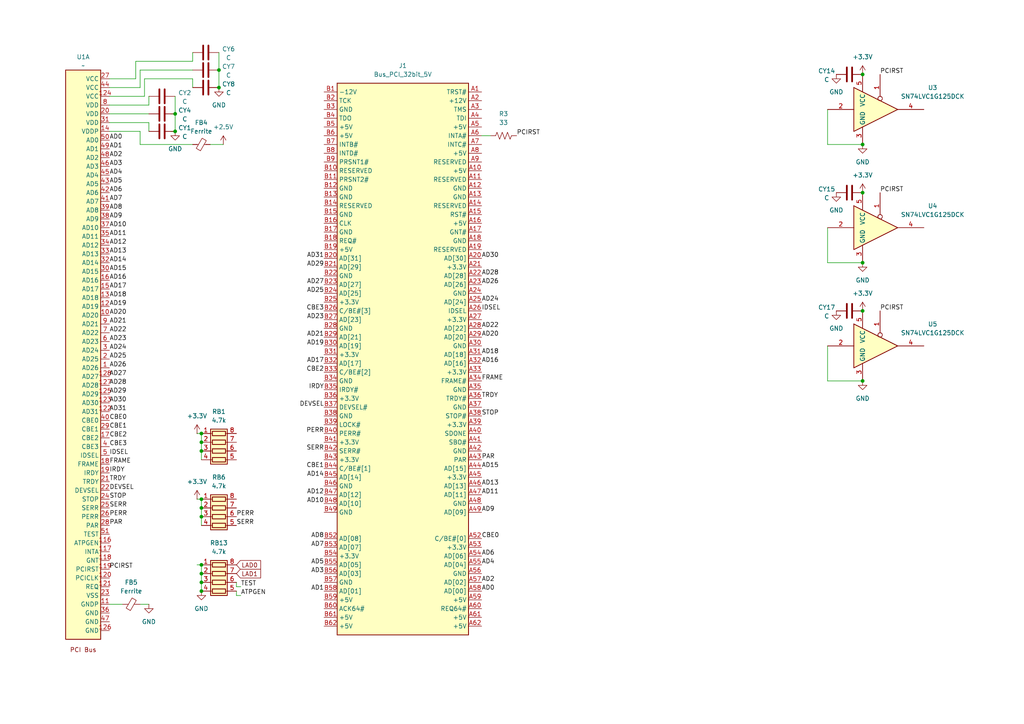
<source format=kicad_sch>
(kicad_sch (version 20231120) (generator "eeschema") (generator_version "8.0")
  (paper "A4")
  (lib_symbols
    (symbol "74xGxx:SN74LVC1G125DCK"
      (property "Reference" "U" (at -10.16 7.62 0))
      (property "Value" "SN74LVC1G125DCK" (at 2.54 -7.62 0))
      (symbol "SN74LVC1G125DCK_0_1"
        (polyline (pts (xy -7.62 6.35) (xy -7.62 -6.35) (xy 5.08 0) (xy -7.62 6.35)) (stroke (width 0.254)) (fill (type background)))
      )
      (symbol "SN74LVC1G125DCK_1_1"
        (pin input inverted (at 0 10.16 270) (length 7.62) (name "~") (number "1"))
        (pin input line (at -15.24 0 0) (length 7.62) (name "~") (number "2"))
        (pin power_in line (at -5.08 -10.16 90) (length 5.08) (name "GND") (number "3"))
        (pin tri_state line (at 12.7 0 180) (length 7.62) (name "~") (number "4"))
        (pin power_in line (at -5.08 10.16 270) (length 5.08) (name "VCC") (number "5"))
      )
    )
    (symbol "Connector:Bus_PCI_32bit_5V"
      (property "Reference" "J" (at 0 80.01 0))
      (property "Value" "Bus_PCI_32bit_5V" (at 0 -82.55 0))
      (symbol "Bus_PCI_32bit_5V_0_1"
        (rectangle (start -19.05 -81.28) (end 19.05 78.74) (stroke (width 0.254)) (fill (type background)))
      )
      (symbol "Bus_PCI_32bit_5V_1_1"
        (pin output line (at 22.86 76.2 180) (length 3.81) (name "TRST#") (number "A1"))
        (pin power_in line (at 22.86 53.34 180) (length 3.81) (name "+5V") (number "A10"))
        (pin passive line (at 22.86 50.8 180) (length 3.81) (name "RESERVED") (number "A11"))
        (pin power_in line (at 22.86 48.26 180) (length 3.81) (name "GND") (number "A12"))
        (pin power_in line (at 22.86 45.72 180) (length 3.81) (name "GND") (number "A13"))
        (pin passive line (at 22.86 43.18 180) (length 3.81) (name "RESERVED") (number "A14"))
        (pin output line (at 22.86 40.64 180) (length 3.81) (name "RST#") (number "A15"))
        (pin power_in line (at 22.86 38.1 180) (length 3.81) (name "+5V") (number "A16"))
        (pin bidirectional line (at 22.86 35.56 180) (length 3.81) (name "GNT#") (number "A17"))
        (pin power_in line (at 22.86 33.02 180) (length 3.81) (name "GND") (number "A18"))
        (pin passive line (at 22.86 30.48 180) (length 3.81) (name "RESERVED") (number "A19"))
        (pin power_in line (at 22.86 73.66 180) (length 3.81) (name "+12V") (number "A2"))
        (pin bidirectional line (at 22.86 27.94 180) (length 3.81) (name "AD[30]") (number "A20"))
        (pin power_in line (at 22.86 25.4 180) (length 3.81) (name "+3.3V") (number "A21"))
        (pin bidirectional line (at 22.86 22.86 180) (length 3.81) (name "AD[28]") (number "A22"))
        (pin bidirectional line (at 22.86 20.32 180) (length 3.81) (name "AD[26]") (number "A23"))
        (pin power_in line (at 22.86 17.78 180) (length 3.81) (name "GND") (number "A24"))
        (pin bidirectional line (at 22.86 15.24 180) (length 3.81) (name "AD[24]") (number "A25"))
        (pin output line (at 22.86 12.7 180) (length 3.81) (name "IDSEL") (number "A26"))
        (pin power_in line (at 22.86 10.16 180) (length 3.81) (name "+3.3V") (number "A27"))
        (pin bidirectional line (at 22.86 7.62 180) (length 3.81) (name "AD[22]") (number "A28"))
        (pin bidirectional line (at 22.86 5.08 180) (length 3.81) (name "AD[20]") (number "A29"))
        (pin output line (at 22.86 71.12 180) (length 3.81) (name "TMS") (number "A3"))
        (pin power_in line (at 22.86 2.54 180) (length 3.81) (name "GND") (number "A30"))
        (pin bidirectional line (at 22.86 0 180) (length 3.81) (name "AD[18]") (number "A31"))
        (pin bidirectional line (at 22.86 -2.54 180) (length 3.81) (name "AD[16]") (number "A32"))
        (pin power_in line (at 22.86 -5.08 180) (length 3.81) (name "+3.3V") (number "A33"))
        (pin bidirectional line (at 22.86 -7.62 180) (length 3.81) (name "FRAME#") (number "A34"))
        (pin power_in line (at 22.86 -10.16 180) (length 3.81) (name "GND") (number "A35"))
        (pin bidirectional line (at 22.86 -12.7 180) (length 3.81) (name "TRDY#") (number "A36"))
        (pin power_in line (at 22.86 -15.24 180) (length 3.81) (name "GND") (number "A37"))
        (pin bidirectional line (at 22.86 -17.78 180) (length 3.81) (name "STOP#") (number "A38"))
        (pin power_in line (at 22.86 -20.32 180) (length 3.81) (name "+3.3V") (number "A39"))
        (pin output line (at 22.86 68.58 180) (length 3.81) (name "TDI") (number "A4"))
        (pin bidirectional line (at 22.86 -22.86 180) (length 3.81) (name "SDONE") (number "A40"))
        (pin bidirectional line (at 22.86 -25.4 180) (length 3.81) (name "SBO#") (number "A41"))
        (pin power_in line (at 22.86 -27.94 180) (length 3.81) (name "GND") (number "A42"))
        (pin bidirectional line (at 22.86 -30.48 180) (length 3.81) (name "PAR") (number "A43"))
        (pin bidirectional line (at 22.86 -33.02 180) (length 3.81) (name "AD[15]") (number "A44"))
        (pin power_in line (at 22.86 -35.56 180) (length 3.81) (name "+3.3V") (number "A45"))
        (pin bidirectional line (at 22.86 -38.1 180) (length 3.81) (name "AD[13]") (number "A46"))
        (pin bidirectional line (at 22.86 -40.64 180) (length 3.81) (name "AD[11]") (number "A47"))
        (pin power_in line (at 22.86 -43.18 180) (length 3.81) (name "GND") (number "A48"))
        (pin bidirectional line (at 22.86 -45.72 180) (length 3.81) (name "AD[09]") (number "A49"))
        (pin power_in line (at 22.86 66.04 180) (length 3.81) (name "+5V") (number "A5"))
        (pin bidirectional line (at 22.86 -53.34 180) (length 3.81) (name "C/BE#[0]") (number "A52"))
        (pin power_in line (at 22.86 -55.88 180) (length 3.81) (name "+3.3V") (number "A53"))
        (pin bidirectional line (at 22.86 -58.42 180) (length 3.81) (name "AD[06]") (number "A54"))
        (pin bidirectional line (at 22.86 -60.96 180) (length 3.81) (name "AD[04]") (number "A55"))
        (pin power_in line (at 22.86 -63.5 180) (length 3.81) (name "GND") (number "A56"))
        (pin bidirectional line (at 22.86 -66.04 180) (length 3.81) (name "AD[02]") (number "A57"))
        (pin bidirectional line (at 22.86 -68.58 180) (length 3.81) (name "AD[00]") (number "A58"))
        (pin power_in line (at 22.86 -71.12 180) (length 3.81) (name "+5V") (number "A59"))
        (pin input line (at 22.86 63.5 180) (length 3.81) (name "INTA#") (number "A6"))
        (pin bidirectional line (at 22.86 -73.66 180) (length 3.81) (name "REQ64#") (number "A60"))
        (pin power_in line (at 22.86 -76.2 180) (length 3.81) (name "+5V") (number "A61"))
        (pin power_in line (at 22.86 -78.74 180) (length 3.81) (name "+5V") (number "A62"))
        (pin input line (at 22.86 60.96 180) (length 3.81) (name "INTC#") (number "A7"))
        (pin power_in line (at 22.86 58.42 180) (length 3.81) (name "+5V") (number "A8"))
        (pin passive line (at 22.86 55.88 180) (length 3.81) (name "RESERVED") (number "A9"))
        (pin power_in line (at -22.86 76.2 0) (length 3.81) (name "-12V") (number "B1"))
        (pin passive line (at -22.86 53.34 0) (length 3.81) (name "RESERVED") (number "B10"))
        (pin input line (at -22.86 50.8 0) (length 3.81) (name "PRSNT2#") (number "B11"))
        (pin power_in line (at -22.86 48.26 0) (length 3.81) (name "GND") (number "B12"))
        (pin power_in line (at -22.86 45.72 0) (length 3.81) (name "GND") (number "B13"))
        (pin passive line (at -22.86 43.18 0) (length 3.81) (name "RESERVED") (number "B14"))
        (pin power_in line (at -22.86 40.64 0) (length 3.81) (name "GND") (number "B15"))
        (pin output line (at -22.86 38.1 0) (length 3.81) (name "CLK") (number "B16"))
        (pin power_in line (at -22.86 35.56 0) (length 3.81) (name "GND") (number "B17"))
        (pin bidirectional line (at -22.86 33.02 0) (length 3.81) (name "REQ#") (number "B18"))
        (pin power_in line (at -22.86 30.48 0) (length 3.81) (name "+5V") (number "B19"))
        (pin output line (at -22.86 73.66 0) (length 3.81) (name "TCK") (number "B2"))
        (pin bidirectional line (at -22.86 27.94 0) (length 3.81) (name "AD[31]") (number "B20"))
        (pin bidirectional line (at -22.86 25.4 0) (length 3.81) (name "AD[29]") (number "B21"))
        (pin power_in line (at -22.86 22.86 0) (length 3.81) (name "GND") (number "B22"))
        (pin bidirectional line (at -22.86 20.32 0) (length 3.81) (name "AD[27]") (number "B23"))
        (pin bidirectional line (at -22.86 17.78 0) (length 3.81) (name "AD[25]") (number "B24"))
        (pin power_in line (at -22.86 15.24 0) (length 3.81) (name "+3.3V") (number "B25"))
        (pin bidirectional line (at -22.86 12.7 0) (length 3.81) (name "C/BE#[3]") (number "B26"))
        (pin bidirectional line (at -22.86 10.16 0) (length 3.81) (name "AD[23]") (number "B27"))
        (pin power_in line (at -22.86 7.62 0) (length 3.81) (name "GND") (number "B28"))
        (pin bidirectional line (at -22.86 5.08 0) (length 3.81) (name "AD[21]") (number "B29"))
        (pin power_in line (at -22.86 71.12 0) (length 3.81) (name "GND") (number "B3"))
        (pin bidirectional line (at -22.86 2.54 0) (length 3.81) (name "AD[19]") (number "B30"))
        (pin power_in line (at -22.86 0 0) (length 3.81) (name "+3.3V") (number "B31"))
        (pin bidirectional line (at -22.86 -2.54 0) (length 3.81) (name "AD[17]") (number "B32"))
        (pin bidirectional line (at -22.86 -5.08 0) (length 3.81) (name "C/BE#[2]") (number "B33"))
        (pin power_in line (at -22.86 -7.62 0) (length 3.81) (name "GND") (number "B34"))
        (pin bidirectional line (at -22.86 -10.16 0) (length 3.81) (name "IRDY#") (number "B35"))
        (pin power_in line (at -22.86 -12.7 0) (length 3.81) (name "+3.3V") (number "B36"))
        (pin bidirectional line (at -22.86 -15.24 0) (length 3.81) (name "DEVSEL#") (number "B37"))
        (pin power_in line (at -22.86 -17.78 0) (length 3.81) (name "GND") (number "B38"))
        (pin bidirectional line (at -22.86 -20.32 0) (length 3.81) (name "LOCK#") (number "B39"))
        (pin input line (at -22.86 68.58 0) (length 3.81) (name "TDO") (number "B4"))
        (pin bidirectional line (at -22.86 -22.86 0) (length 3.81) (name "PERR#") (number "B40"))
        (pin power_in line (at -22.86 -25.4 0) (length 3.81) (name "+3.3V") (number "B41"))
        (pin input line (at -22.86 -27.94 0) (length 3.81) (name "SERR#") (number "B42"))
        (pin power_in line (at -22.86 -30.48 0) (length 3.81) (name "+3.3V") (number "B43"))
        (pin bidirectional line (at -22.86 -33.02 0) (length 3.81) (name "C/BE#[1]") (number "B44"))
        (pin bidirectional line (at -22.86 -35.56 0) (length 3.81) (name "AD[14]") (number "B45"))
        (pin power_in line (at -22.86 -38.1 0) (length 3.81) (name "GND") (number "B46"))
        (pin bidirectional line (at -22.86 -40.64 0) (length 3.81) (name "AD[12]") (number "B47"))
        (pin bidirectional line (at -22.86 -43.18 0) (length 3.81) (name "AD[10]") (number "B48"))
        (pin power_in line (at -22.86 -45.72 0) (length 3.81) (name "GND") (number "B49"))
        (pin power_in line (at -22.86 66.04 0) (length 3.81) (name "+5V") (number "B5"))
        (pin bidirectional line (at -22.86 -53.34 0) (length 3.81) (name "AD[08]") (number "B52"))
        (pin bidirectional line (at -22.86 -55.88 0) (length 3.81) (name "AD[07]") (number "B53"))
        (pin input line (at -22.86 -58.42 0) (length 3.81) (name "+3.3V") (number "B54"))
        (pin bidirectional line (at -22.86 -60.96 0) (length 3.81) (name "AD[05]") (number "B55"))
        (pin bidirectional line (at -22.86 -63.5 0) (length 3.81) (name "AD[03]") (number "B56"))
        (pin power_in line (at -22.86 -66.04 0) (length 3.81) (name "GND") (number "B57"))
        (pin bidirectional line (at -22.86 -68.58 0) (length 3.81) (name "AD[01]") (number "B58"))
        (pin power_in line (at -22.86 -71.12 0) (length 3.81) (name "+5V") (number "B59"))
        (pin power_in line (at -22.86 63.5 0) (length 3.81) (name "+5V") (number "B6"))
        (pin bidirectional line (at -22.86 -73.66 0) (length 3.81) (name "ACK64#") (number "B60"))
        (pin power_in line (at -22.86 -76.2 0) (length 3.81) (name "+5V") (number "B61"))
        (pin power_in line (at -22.86 -78.74 0) (length 3.81) (name "+5V") (number "B62"))
        (pin input line (at -22.86 60.96 0) (length 3.81) (name "INTB#") (number "B7"))
        (pin input line (at -22.86 58.42 0) (length 3.81) (name "INTD#") (number "B8"))
        (pin input line (at -22.86 55.88 0) (length 3.81) (name "PRSNT1#") (number "B9"))
      )
    )
    (symbol "Device:C" (pin_numbers hide) (pin_names (offset 0.254))
      (property "Reference" "C" (at 0.635 2.54 0))
      (property "Value" "C" (at 0.635 -2.54 0))
      (symbol "C_0_1"
        (polyline (pts (xy -2.032 -0.762) (xy 2.032 -0.762)) (stroke (width 0.508)))
        (polyline (pts (xy -2.032 0.762) (xy 2.032 0.762)) (stroke (width 0.508)))
      )
      (symbol "C_1_1"
        (pin passive line (at 0 3.81 270) (length 2.794) (name "~") (number "1"))
        (pin passive line (at 0 -3.81 90) (length 2.794) (name "~") (number "2"))
      )
    )
    (symbol "Device:FerriteBead_Small" (pin_numbers hide) (pin_names (offset 0))
      (property "Reference" "FB" (at 1.905 1.27 0))
      (property "Value" "FerriteBead_Small" (at 1.905 -1.27 0))
      (symbol "FerriteBead_Small_0_1"
        (polyline (pts (xy 0 -1.27) (xy 0 -0.7874)))
        (polyline (pts (xy 0 0.889) (xy 0 1.2954)))
        (polyline (pts (xy -1.8288 0.2794) (xy -1.1176 1.4986) (xy 1.8288 -0.2032) (xy 1.1176 -1.4224) (xy -1.8288 0.2794)))
      )
      (symbol "FerriteBead_Small_1_1"
        (pin passive line (at 0 2.54 270) (length 1.27) (name "~") (number "1"))
        (pin passive line (at 0 -2.54 90) (length 1.27) (name "~") (number "2"))
      )
    )
    (symbol "Device:R_Pack04" (pin_names (offset 0) hide)
      (property "Reference" "RN" (at -7.62 0 90))
      (property "Value" "R_Pack04" (at 5.08 0 90))
      (symbol "R_Pack04_0_1"
        (rectangle (start -6.35 -2.413) (end 3.81 2.413) (stroke (width 0.254)) (fill (type background)))
        (rectangle (start -5.715 1.905) (end -4.445 -1.905) (stroke (width 0.254)))
        (rectangle (start -3.175 1.905) (end -1.905 -1.905) (stroke (width 0.254)))
        (rectangle (start -0.635 1.905) (end 0.635 -1.905) (stroke (width 0.254)))
        (polyline (pts (xy -5.08 -2.54) (xy -5.08 -1.905)))
        (polyline (pts (xy -5.08 1.905) (xy -5.08 2.54)))
        (polyline (pts (xy -2.54 -2.54) (xy -2.54 -1.905)))
        (polyline (pts (xy -2.54 1.905) (xy -2.54 2.54)))
        (polyline (pts (xy 0 -2.54) (xy 0 -1.905)))
        (polyline (pts (xy 0 1.905) (xy 0 2.54)))
        (polyline (pts (xy 2.54 -2.54) (xy 2.54 -1.905)))
        (polyline (pts (xy 2.54 1.905) (xy 2.54 2.54)))
        (rectangle (start 1.905 1.905) (end 3.175 -1.905) (stroke (width 0.254)))
      )
      (symbol "R_Pack04_1_1"
        (pin passive line (at -5.08 -5.08 90) (length 2.54) (name "R1.1") (number "1"))
        (pin passive line (at -2.54 -5.08 90) (length 2.54) (name "R2.1") (number "2"))
        (pin passive line (at 0 -5.08 90) (length 2.54) (name "R3.1") (number "3"))
        (pin passive line (at 2.54 -5.08 90) (length 2.54) (name "R4.1") (number "4"))
        (pin passive line (at 2.54 5.08 270) (length 2.54) (name "R4.2") (number "5"))
        (pin passive line (at 0 5.08 270) (length 2.54) (name "R3.2") (number "6"))
        (pin passive line (at -2.54 5.08 270) (length 2.54) (name "R2.2") (number "7"))
        (pin passive line (at -5.08 5.08 270) (length 2.54) (name "R1.2") (number "8"))
      )
    )
    (symbol "Device:R_US" (pin_numbers hide) (pin_names (offset 0))
      (property "Reference" "R" (at 2.54 0 90))
      (property "Value" "R_US" (at -2.54 0 90))
      (symbol "R_US_0_1"
        (polyline (pts (xy 0 -2.286) (xy 0 -2.54)))
        (polyline (pts (xy 0 2.286) (xy 0 2.54)))
        (polyline (pts (xy 0 -0.762) (xy 1.016 -1.143) (xy 0 -1.524) (xy -1.016 -1.905) (xy 0 -2.286)))
        (polyline (pts (xy 0 0.762) (xy 1.016 0.381) (xy 0 0) (xy -1.016 -0.381) (xy 0 -0.762)))
        (polyline (pts (xy 0 2.286) (xy 1.016 1.905) (xy 0 1.524) (xy -1.016 1.143) (xy 0 0.762)))
      )
      (symbol "R_US_1_1"
        (pin passive line (at 0 3.81 270) (length 1.27) (name "~") (number "1"))
        (pin passive line (at 0 -3.81 90) (length 1.27) (name "~") (number "2"))
      )
    )
    (symbol "XRack:VT6421A"
      (property "Reference" "U" (at 0 2.286 0))
      (symbol "VT6421A_1_1"
        (rectangle (start -5.08 0) (end 5.08 -165.1) (stroke (width 0.254)) (fill (type background)))
        (text "PCI Bus" (at 0 -168.148 0) (effects (font (size 1.27 1.27))))
        (pin bidirectional line (at -7.62 -86.36 0) (length 2.54) (name "AD26") (number "1"))
        (pin bidirectional line (at -7.62 -71.12 0) (length 2.54) (name "AD20") (number "10"))
        (pin passive line (at -7.62 -154.94 0) (length 2.54) (name "GNDP") (number "11"))
        (pin input line (at -7.62 -137.16 0) (length 2.54) (name "ATPGEN") (number "116"))
        (pin output line (at -7.62 -139.7 0) (length 2.54) (name "INTA") (number "117"))
        (pin bidirectional line (at -7.62 -142.24 0) (length 2.54) (name "GNT") (number "118"))
        (pin bidirectional line (at -7.62 -144.78 0) (length 2.54) (name "PCIRST") (number "119"))
        (pin bidirectional line (at -7.62 -68.58 0) (length 2.54) (name "AD19") (number "12"))
        (pin bidirectional line (at -7.62 -147.32 0) (length 2.54) (name "PCICLK") (number "120"))
        (pin bidirectional line (at -7.62 -149.86 0) (length 2.54) (name "REQ") (number "121"))
        (pin bidirectional line (at -7.62 -99.06 0) (length 2.54) (name "AD31") (number "122"))
        (pin bidirectional line (at -7.62 -96.52 0) (length 2.54) (name "AD30") (number "123"))
        (pin power_in line (at -7.62 -7.62 0) (length 2.54) (name "VCC") (number "124"))
        (pin bidirectional line (at -7.62 -93.98 0) (length 2.54) (name "AD29") (number "125"))
        (pin passive line (at -7.62 -162.56 0) (length 2.54) (name "GND") (number "126"))
        (pin bidirectional line (at -7.62 -91.44 0) (length 2.54) (name "AD28") (number "127"))
        (pin bidirectional line (at -7.62 -88.9 0) (length 2.54) (name "AD27") (number "128"))
        (pin bidirectional line (at -7.62 -66.04 0) (length 2.54) (name "AD18") (number "13"))
        (pin power_in line (at -7.62 -17.78 0) (length 2.54) (name "VDDP") (number "14"))
        (pin bidirectional line (at -7.62 -63.5 0) (length 2.54) (name "AD17") (number "15"))
        (pin bidirectional line (at -7.62 -60.96 0) (length 2.54) (name "AD16") (number "16"))
        (pin bidirectional line (at -7.62 -106.68 0) (length 2.54) (name "CBE2") (number "17"))
        (pin bidirectional line (at -7.62 -114.3 0) (length 2.54) (name "FRAME") (number "18"))
        (pin bidirectional line (at -7.62 -116.84 0) (length 2.54) (name "IRDY") (number "19"))
        (pin bidirectional line (at -7.62 -83.82 0) (length 2.54) (name "AD25") (number "2"))
        (pin power_in line (at -7.62 -12.7 0) (length 2.54) (name "VDD") (number "20"))
        (pin bidirectional line (at -7.62 -119.38 0) (length 2.54) (name "TRDY") (number "21"))
        (pin bidirectional line (at -7.62 -121.92 0) (length 2.54) (name "DEVSEL") (number "22"))
        (pin passive line (at -7.62 -152.4 0) (length 2.54) (name "VSS") (number "23"))
        (pin bidirectional line (at -7.62 -124.46 0) (length 2.54) (name "STOP") (number "24"))
        (pin input line (at -7.62 -127 0) (length 2.54) (name "SERR") (number "25"))
        (pin input line (at -7.62 -129.54 0) (length 2.54) (name "PERR") (number "26"))
        (pin power_in line (at -7.62 -2.54 0) (length 2.54) (name "VCC") (number "27"))
        (pin bidirectional line (at -7.62 -132.08 0) (length 2.54) (name "PAR") (number "28"))
        (pin bidirectional line (at -7.62 -104.14 0) (length 2.54) (name "CBE1") (number "29"))
        (pin bidirectional line (at -7.62 -81.28 0) (length 2.54) (name "AD24") (number "3"))
        (pin bidirectional line (at -7.62 -58.42 0) (length 2.54) (name "AD15") (number "30"))
        (pin power_in line (at -7.62 -15.24 0) (length 2.54) (name "VDD") (number "31"))
        (pin bidirectional line (at -7.62 -55.88 0) (length 2.54) (name "AD14") (number "32"))
        (pin bidirectional line (at -7.62 -53.34 0) (length 2.54) (name "AD13") (number "33"))
        (pin bidirectional line (at -7.62 -50.8 0) (length 2.54) (name "AD12") (number "34"))
        (pin bidirectional line (at -7.62 -48.26 0) (length 2.54) (name "AD11") (number "35"))
        (pin passive line (at -7.62 -157.48 0) (length 2.54) (name "GND") (number "36"))
        (pin bidirectional line (at -7.62 -45.72 0) (length 2.54) (name "AD10") (number "37"))
        (pin bidirectional line (at -7.62 -43.18 0) (length 2.54) (name "AD9") (number "38"))
        (pin bidirectional line (at -7.62 -40.64 0) (length 2.54) (name "AD8") (number "39"))
        (pin bidirectional line (at -7.62 -109.22 0) (length 2.54) (name "CBE3") (number "4"))
        (pin bidirectional line (at -7.62 -101.6 0) (length 2.54) (name "CBE0") (number "40"))
        (pin bidirectional line (at -7.62 -38.1 0) (length 2.54) (name "AD7") (number "41"))
        (pin bidirectional line (at -7.62 -35.56 0) (length 2.54) (name "AD6") (number "42"))
        (pin bidirectional line (at -7.62 -33.02 0) (length 2.54) (name "AD5") (number "43"))
        (pin power_in line (at -7.62 -5.08 0) (length 2.54) (name "VCC") (number "44"))
        (pin bidirectional line (at -7.62 -30.48 0) (length 2.54) (name "AD4") (number "45"))
        (pin bidirectional line (at -7.62 -27.94 0) (length 2.54) (name "AD3") (number "46"))
        (pin passive line (at -7.62 -160.02 0) (length 2.54) (name "GND") (number "47"))
        (pin bidirectional line (at -7.62 -25.4 0) (length 2.54) (name "AD2") (number "48"))
        (pin bidirectional line (at -7.62 -22.86 0) (length 2.54) (name "AD1") (number "49"))
        (pin bidirectional line (at -7.62 -111.76 0) (length 2.54) (name "IDSEL") (number "5"))
        (pin bidirectional line (at -7.62 -20.32 0) (length 2.54) (name "AD0") (number "50"))
        (pin input line (at -7.62 -134.62 0) (length 2.54) (name "TEST") (number "51"))
        (pin bidirectional line (at -7.62 -78.74 0) (length 2.54) (name "AD23") (number "6"))
        (pin bidirectional line (at -7.62 -76.2 0) (length 2.54) (name "AD22") (number "7"))
        (pin power_in line (at -7.62 -10.16 0) (length 2.54) (name "VDD") (number "8"))
        (pin bidirectional line (at -7.62 -73.66 0) (length 2.54) (name "AD21") (number "9"))
      )
      (symbol "VT6421A_2_1"
        (rectangle (start -5.08 0) (end 5.08 -45.72) (stroke (width 0.254)) (fill (type background)))
        (text "SATA Interface" (at 0 -49.022 0) (effects (font (size 1.27 1.27))))
        (pin input line (at -7.62 -25.4 0) (length 2.54) (name "RXP2") (number "110"))
        (pin input line (at -7.62 -27.94 0) (length 2.54) (name "RXN2") (number "111"))
        (pin power_in line (at -7.62 -2.54 0) (length 2.54) (name "VDDA") (number "112"))
        (pin passive line (at -7.62 -38.1 0) (length 2.54) (name "GNDA") (number "113"))
        (pin output line (at -7.62 -22.86 0) (length 2.54) (name "TXN2") (number "114"))
        (pin output line (at -7.62 -20.32 0) (length 2.54) (name "TXP2") (number "115"))
        (pin output line (at -7.62 -10.16 0) (length 2.54) (name "TXP1") (number "52"))
        (pin output line (at -7.62 -12.7 0) (length 2.54) (name "TXN1") (number "53"))
        (pin passive line (at -7.62 -40.64 0) (length 2.54) (name "GNDA") (number "54"))
        (pin power_in line (at -7.62 -5.08 0) (length 2.54) (name "VDDA") (number "55"))
        (pin input line (at -7.62 -17.78 0) (length 2.54) (name "RXN1") (number "56"))
        (pin input line (at -7.62 -15.24 0) (length 2.54) (name "RXP1") (number "57"))
        (pin input line (at -7.62 -30.48 0) (length 2.54) (name "REXT") (number "58"))
        (pin passive line (at -7.62 -43.18 0) (length 2.54) (name "GNDA0") (number "59"))
        (pin power_in line (at -7.62 -7.62 0) (length 2.54) (name "VDDA0") (number "60"))
        (pin output line (at -7.62 -33.02 0) (length 2.54) (name "XO") (number "61"))
        (pin input line (at -7.62 -35.56 0) (length 2.54) (name "XI") (number "62"))
      )
      (symbol "VT6421A_3_1"
        (rectangle (start -5.08 0) (end 5.08 -91.44) (stroke (width 0.254)) (fill (type background)))
        (text "PATA Interface" (at 0 -94.234 0) (effects (font (size 1.27 1.27))))
        (pin output line (at -7.62 -68.58 0) (length 2.54) (name "DEVRST") (number "63"))
        (pin output line (at -7.62 -66.04 0) (length 2.54) (name "DCS1") (number "64"))
        (pin bidirectional line (at -7.62 -20.32 0) (length 2.54) (name "DA2") (number "65"))
        (pin output line (at -7.62 -63.5 0) (length 2.54) (name "DCS0") (number "66"))
        (pin bidirectional line (at -7.62 -15.24 0) (length 2.54) (name "DA0") (number "67"))
        (pin bidirectional line (at -7.62 -17.78 0) (length 2.54) (name "DA1") (number "68"))
        (pin input line (at -7.62 -71.12 0) (length 2.54) (name "INTRQ") (number "69"))
        (pin output line (at -7.62 -73.66 0) (length 2.54) (name "DDACK") (number "70"))
        (pin input line (at -7.62 -76.2 0) (length 2.54) (name "DDREQ") (number "71"))
        (pin bidirectional line (at -7.62 -60.96 0) (length 2.54) (name "DD15") (number "72"))
        (pin passive line (at -7.62 -88.9 0) (length 2.54) (name "GND") (number "73"))
        (pin bidirectional line (at -7.62 -22.86 0) (length 2.54) (name "DD0") (number "74"))
        (pin power_in line (at -7.62 -5.08 0) (length 2.54) (name "VCC") (number "75"))
        (pin bidirectional line (at -7.62 -58.42 0) (length 2.54) (name "DD14") (number "76"))
        (pin power_in line (at -7.62 -12.7 0) (length 2.54) (name "VDD") (number "77"))
        (pin bidirectional line (at -7.62 -25.4 0) (length 2.54) (name "DD1") (number "78"))
        (pin bidirectional line (at -7.62 -55.88 0) (length 2.54) (name "DD13") (number "79"))
        (pin bidirectional line (at -7.62 -27.94 0) (length 2.54) (name "DD2") (number "80"))
        (pin bidirectional line (at -7.62 -53.34 0) (length 2.54) (name "DD12") (number "81"))
        (pin output line (at -7.62 -78.74 0) (length 2.54) (name "DIOW") (number "82"))
        (pin power_in line (at -7.62 -10.16 0) (length 2.54) (name "VDD") (number "83"))
        (pin input line (at -7.62 -83.82 0) (length 2.54) (name "HDRDY") (number "84"))
        (pin bidirectional line (at -7.62 -30.48 0) (length 2.54) (name "DD3") (number "85"))
        (pin bidirectional line (at -7.62 -50.8 0) (length 2.54) (name "DD11") (number "86"))
        (pin power_in line (at -7.62 -86.36 0) (length 2.54) (name "VSS") (number "87"))
        (pin bidirectional line (at -7.62 -33.02 0) (length 2.54) (name "DD4") (number "88"))
        (pin bidirectional line (at -7.62 -48.26 0) (length 2.54) (name "DD10") (number "89"))
        (pin bidirectional line (at -7.62 -35.56 0) (length 2.54) (name "DD5") (number "90"))
        (pin bidirectional line (at -7.62 -45.72 0) (length 2.54) (name "DD9") (number "91"))
        (pin output line (at -7.62 -81.28 0) (length 2.54) (name "DIOR") (number "92"))
        (pin power_in line (at -7.62 -2.54 0) (length 2.54) (name "VCC") (number "93"))
        (pin power_in line (at -7.62 -7.62 0) (length 2.54) (name "VDD") (number "94"))
        (pin bidirectional line (at -7.62 -38.1 0) (length 2.54) (name "DD6") (number "95"))
        (pin bidirectional line (at -7.62 -43.18 0) (length 2.54) (name "DD8") (number "96"))
        (pin bidirectional line (at -7.62 -40.64 0) (length 2.54) (name "DD7") (number "97"))
      )
      (symbol "VT6421A_4_1"
        (rectangle (start -5.08 0) (end 5.08 -20.32) (stroke (width 0.254)) (fill (type background)))
        (text "LPC Interface" (at 0 -23.114 0) (effects (font (size 1.27 1.27))))
        (pin passive line (at -7.62 -17.78 0) (length 2.54) (name "GND") (number "100"))
        (pin bidirectional line (at -7.62 -2.54 0) (length 2.54) (name "LAD0") (number "101"))
        (pin bidirectional line (at -7.62 -5.08 0) (length 2.54) (name "LAD1") (number "102"))
        (pin bidirectional line (at -7.62 -7.62 0) (length 2.54) (name "LAD2") (number "103"))
        (pin bidirectional line (at -7.62 -10.16 0) (length 2.54) (name "LAD3") (number "104"))
        (pin input line (at -7.62 -12.7 0) (length 2.54) (name "CABDET") (number "98"))
        (pin output line (at -7.62 -15.24 0) (length 2.54) (name "LFRAME#") (number "99"))
      )
      (symbol "VT6421A_5_1"
        (rectangle (start -5.08 0) (end 5.08 -15.24) (stroke (width 0.254)) (fill (type background)))
        (text "Serial EEPROM Interface" (at 0 -18.796 0) (effects (font (size 1.27 1.27))))
        (pin input line (at -7.62 -2.54 0) (length 2.54) (name "EEDO") (number "105"))
        (pin output line (at -7.62 -12.7 0) (length 2.54) (name "SATALED") (number "106"))
        (pin output line (at -7.62 -7.62 0) (length 2.54) (name "EESK") (number "107"))
        (pin output line (at -7.62 -5.08 0) (length 2.54) (name "EEDI") (number "108"))
        (pin output line (at -7.62 -10.16 0) (length 2.54) (name "EECS") (number "109"))
      )
    )
    (symbol "power:+3.3V" (power) (pin_numbers hide) (pin_names (offset 0) hide)
      (property "Value" "+3.3V" (at 0 3.556 0))
      (symbol "+3.3V_0_1"
        (polyline (pts (xy -0.762 1.27) (xy 0 2.54)))
        (polyline (pts (xy 0 0) (xy 0 2.54)))
        (polyline (pts (xy 0 2.54) (xy 0.762 1.27)))
      )
      (symbol "+3.3V_1_1"
        (pin power_in line (at 0 0 90) (length 0) (name "~") (number "1"))
      )
    )
    (symbol "power:+5V" (power) (pin_numbers hide) (pin_names (offset 0) hide)
      (property "Value" "+5V" (at 0 3.556 0))
      (symbol "+5V_0_1"
        (polyline (pts (xy -0.762 1.27) (xy 0 2.54)))
        (polyline (pts (xy 0 0) (xy 0 2.54)))
        (polyline (pts (xy 0 2.54) (xy 0.762 1.27)))
      )
      (symbol "+5V_1_1"
        (pin power_in line (at 0 0 90) (length 0) (name "~") (number "1"))
      )
    )
    (symbol "power:GND" (power) (pin_numbers hide) (pin_names (offset 0) hide)
      (property "Value" "GND" (at 0 -3.81 0))
      (symbol "GND_0_1"
        (polyline (pts (xy 0 0) (xy 0 -1.27) (xy 1.27 -1.27) (xy 0 -2.54) (xy -1.27 -1.27) (xy 0 -1.27)))
      )
      (symbol "GND_1_1"
        (pin power_in line (at 0 0 270) (length 0) (name "~") (number "1"))
      )
    )
  )
  (junction (at 58.42 171.45))
  (junction (at 250.19 21.59))
  (junction (at 58.42 144.78))
  (junction (at 250.19 55.88))
  (junction (at 250.19 76.2))
  (junction (at 58.42 166.37))
  (junction (at 58.42 147.32))
  (junction (at 58.42 130.81))
  (junction (at 58.42 163.83))
  (junction (at 250.19 41.91))
  (junction (at 50.8 33.02))
  (junction (at 58.42 128.27))
  (junction (at 250.19 110.49))
  (junction (at 58.42 149.86))
  (junction (at 50.8 38.1))
  (junction (at 63.5 25.4))
  (junction (at 58.42 168.91))
  (junction (at 63.5 20.32))
  (junction (at 58.42 125.73))
  (junction (at 250.19 90.17))
  (wire (pts (xy 57.15 144.78) (xy 58.42 144.78)))
  (wire (pts (xy 50.8 33.02) (xy 49.53 33.02)))
  (wire (pts (xy 31.75 30.48) (xy 43.18 30.48)))
  (wire (pts (xy 43.18 38.1) (xy 43.18 35.56)))
  (wire (pts (xy 68.58 168.91) (xy 68.58 170.18)))
  (wire (pts (xy 39.37 22.86) (xy 31.75 22.86)))
  (wire (pts (xy 58.42 166.37) (xy 58.42 168.91)))
  (wire (pts (xy 31.75 33.02) (xy 43.18 33.02)))
  (wire (pts (xy 31.75 38.1) (xy 40.64 38.1)))
  (wire (pts (xy 58.42 149.86) (xy 58.42 152.4)))
  (wire (pts (xy 240.03 66.04) (xy 240.03 76.2)))
  (wire (pts (xy 39.37 17.78) (xy 39.37 22.86)))
  (wire (pts (xy 40.64 20.32) (xy 55.88 20.32)))
  (wire (pts (xy 58.42 168.91) (xy 58.42 171.45)))
  (wire (pts (xy 63.5 15.24) (xy 63.5 20.32)))
  (wire (pts (xy 58.42 125.73) (xy 58.42 128.27)))
  (wire (pts (xy 40.64 20.32) (xy 40.64 25.4)))
  (wire (pts (xy 31.75 25.4) (xy 40.64 25.4)))
  (wire (pts (xy 63.5 20.32) (xy 63.5 25.4)))
  (wire (pts (xy 50.8 27.94) (xy 50.8 33.02)))
  (wire (pts (xy 58.42 144.78) (xy 58.42 147.32)))
  (wire (pts (xy 57.15 163.83) (xy 58.42 163.83)))
  (wire (pts (xy 240.03 41.91) (xy 250.19 41.91)))
  (wire (pts (xy 240.03 31.75) (xy 240.03 41.91)))
  (wire (pts (xy 58.42 128.27) (xy 58.42 130.81)))
  (wire (pts (xy 240.03 110.49) (xy 250.19 110.49)))
  (wire (pts (xy 31.75 175.26) (xy 35.56 175.26)))
  (wire (pts (xy 58.42 163.83) (xy 58.42 166.37)))
  (wire (pts (xy 43.18 30.48) (xy 43.18 27.94)))
  (wire (pts (xy 60.96 41.91) (xy 64.77 41.91)))
  (wire (pts (xy 41.91 22.86) (xy 55.88 22.86)))
  (wire (pts (xy 240.03 100.33) (xy 240.03 110.49)))
  (wire (pts (xy 55.88 25.4) (xy 55.88 22.86)))
  (wire (pts (xy 68.58 172.72) (xy 69.85 172.72)))
  (wire (pts (xy 39.37 17.78) (xy 55.88 17.78)))
  (wire (pts (xy 41.91 22.86) (xy 41.91 27.94)))
  (wire (pts (xy 57.15 125.73) (xy 58.42 125.73)))
  (wire (pts (xy 50.8 33.02) (xy 50.8 38.1)))
  (wire (pts (xy 68.58 171.45) (xy 68.58 172.72)))
  (wire (pts (xy 55.88 41.91) (xy 40.64 41.91)))
  (wire (pts (xy 58.42 130.81) (xy 58.42 133.35)))
  (wire (pts (xy 40.64 175.26) (xy 43.18 175.26)))
  (wire (pts (xy 240.03 76.2) (xy 250.19 76.2)))
  (wire (pts (xy 50.8 38.1) (xy 49.53 38.1)))
  (wire (pts (xy 55.88 17.78) (xy 55.88 15.24)))
  (wire (pts (xy 31.75 27.94) (xy 41.91 27.94)))
  (wire (pts (xy 31.75 35.56) (xy 43.18 35.56)))
  (wire (pts (xy 139.7 39.37) (xy 142.24 39.37)))
  (wire (pts (xy 68.58 170.18) (xy 69.85 170.18)))
  (wire (pts (xy 58.42 147.32) (xy 58.42 149.86)))
  (wire (pts (xy 40.64 41.91) (xy 40.64 38.1)))
  (label "AD14" (at 31.75 76.2 0))
  (label "SERR" (at 93.98 130.81 180))
  (label "CBE1" (at 31.75 124.46 0))
  (label "AD22" (at 139.7 95.25 0))
  (label "AD18" (at 31.75 86.36 0))
  (label "AD7" (at 93.98 158.75 180))
  (label "AD24" (at 139.7 87.63 0))
  (label "AD28" (at 31.75 111.76 0))
  (label "IRDY" (at 93.98 113.03 180))
  (label "AD14" (at 93.98 138.43 180))
  (label "TRDY" (at 139.7 115.57 0))
  (label "AD29" (at 31.75 114.3 0))
  (label "AD10" (at 31.75 66.04 0))
  (label "AD29" (at 93.98 77.47 180))
  (label "AD9" (at 139.7 148.59 0))
  (label "AD27" (at 31.75 109.22 0))
  (label "AD24" (at 31.75 101.6 0))
  (label "AD1" (at 31.75 43.18 0))
  (label "AD30" (at 139.7 74.93 0))
  (label "CBE0" (at 139.7 156.21 0))
  (label "AD31" (at 93.98 74.93 180))
  (label "ATPGEN" (at 69.85 172.72 0))
  (label "PAR" (at 31.75 152.4 0))
  (label "AD15" (at 31.75 78.74 0))
  (label "AD7" (at 31.75 58.42 0))
  (label "AD25" (at 93.98 85.09 180))
  (label "AD3" (at 93.98 166.37 180))
  (label "FRAME" (at 139.7 110.49 0))
  (label "AD6" (at 139.7 161.29 0))
  (label "AD19" (at 93.98 100.33 180))
  (label "CBE2" (at 31.75 127 0))
  (label "PCIRST" (at 255.27 90.17 0))
  (label "IDSEL" (at 31.75 132.08 0))
  (label "DEVSEL" (at 93.98 118.11 180))
  (label "AD5" (at 93.98 163.83 180))
  (label "CBE2" (at 93.98 107.95 180))
  (label "AD8" (at 93.98 156.21 180))
  (label "AD1" (at 93.98 171.45 180))
  (label "AD17" (at 93.98 105.41 180))
  (label "AD10" (at 93.98 146.05 180))
  (label "FRAME" (at 31.75 134.62 0))
  (label "CBE3" (at 31.75 129.54 0))
  (label "AD21" (at 93.98 97.79 180))
  (label "SERR" (at 31.75 147.32 0))
  (label "STOP" (at 31.75 144.78 0))
  (label "IDSEL" (at 139.7 90.17 0))
  (label "AD0" (at 31.75 40.64 0))
  (label "CBE1" (at 93.98 135.89 180))
  (label "AD21" (at 31.75 93.98 0))
  (label "AD27" (at 93.98 82.55 180))
  (label "AD25" (at 31.75 104.14 0))
  (label "AD11" (at 31.75 68.58 0))
  (label "TEST" (at 69.85 170.18 0))
  (label "AD23" (at 93.98 92.71 180))
  (label "PERR" (at 68.58 149.86 0))
  (label "AD20" (at 139.7 97.79 0))
  (label "DEVSEL" (at 31.75 142.24 0))
  (label "AD12" (at 31.75 71.12 0))
  (label "AD9" (at 31.75 63.5 0))
  (label "STOP" (at 139.7 120.65 0))
  (label "PCIRST" (at 31.75 165.1 0))
  (label "AD23" (at 31.75 99.06 0))
  (label "AD13" (at 139.7 140.97 0))
  (label "PCIRST" (at 149.86 39.37 0))
  (label "IRDY" (at 31.75 137.16 0))
  (label "AD5" (at 31.75 53.34 0))
  (label "AD6" (at 31.75 55.88 0))
  (label "AD8" (at 31.75 60.96 0))
  (label "AD11" (at 139.7 143.51 0))
  (label "CBE0" (at 31.75 121.92 0))
  (label "CBE3" (at 93.98 90.17 180))
  (label "AD12" (at 93.98 143.51 180))
  (label "PAR" (at 139.7 133.35 0))
  (label "AD18" (at 139.7 102.87 0))
  (label "AD0" (at 139.7 171.45 0))
  (label "AD22" (at 31.75 96.52 0))
  (label "AD13" (at 31.75 73.66 0))
  (label "AD20" (at 31.75 91.44 0))
  (label "AD2" (at 31.75 45.72 0))
  (label "AD17" (at 31.75 83.82 0))
  (label "PCIRST" (at 255.27 55.88 0))
  (label "PCIRST" (at 255.27 21.59 0))
  (label "AD15" (at 139.7 135.89 0))
  (label "AD26" (at 139.7 82.55 0))
  (label "AD19" (at 31.75 88.9 0))
  (label "AD26" (at 31.75 106.68 0))
  (label "SERR" (at 68.58 152.4 0))
  (label "AD31" (at 31.75 119.38 0))
  (label "AD16" (at 139.7 105.41 0))
  (label "AD4" (at 139.7 163.83 0))
  (label "AD16" (at 31.75 81.28 0))
  (label "AD4" (at 31.75 50.8 0))
  (label "AD30" (at 31.75 116.84 0))
  (label "PERR" (at 31.75 149.86 0))
  (label "AD28" (at 139.7 80.01 0))
  (label "TRDY" (at 31.75 139.7 0))
  (label "AD3" (at 31.75 48.26 0))
  (label "AD2" (at 139.7 168.91 0))
  (label "PERR" (at 93.98 125.73 180))
  (global_label "LAD0" (shape input) (at 68.58 163.83 0) (property "Intersheetrefs" "${INTERSHEET_REFS}" (effects (hide yes))))
  (global_label "LAD1" (shape input) (at 68.58 166.37 0) (property "Intersheetrefs" "${INTERSHEET_REFS}" (effects (hide yes))))
  (symbol (lib_id "Device:C") (at 246.38 55.88 270) (mirror x) (unit 1)
    (property "Reference" "CY15" (at 239.776 54.864 90))
    (property "Value" "C" (at 239.776 57.404 90))
    (property "Description" "Unpolarized capacitor" (effects (hide yes)))
  )
  (symbol (lib_id "Device:C") (at 246.38 90.17 270) (mirror x) (unit 1)
    (property "Reference" "CY17" (at 239.776 89.154 90))
    (property "Value" "C" (at 239.776 91.694 90))
    (property "Description" "Unpolarized capacitor" (effects (hide yes)))
  )
  (symbol (lib_id "power:GND") (at 242.57 55.88 0) (unit 1)
    (property "Reference" "#PWR25" (effects (hide yes)))
    (property "Value" "GND" (at 242.57 60.96 0))
    (property "Description" "Power symbol creates a global label with name \"GND\" , ground" (effects (hide yes)))
  )
  (symbol (lib_id "power:+5V") (at 250.19 90.17 0) (unit 1)
    (property "Reference" "#PWR31" (effects (hide yes)))
    (property "Value" "+3.3V" (at 250.19 85.09 0))
    (property "Description" "Power symbol creates a global label with name \"+5V\"" (effects (hide yes)))
  )
  (symbol (lib_id "Device:C") (at 59.69 15.24 90) (unit 1)
    (property "Reference" "CY6" (at 66.294 14.224 90))
    (property "Value" "C" (at 66.294 16.764 90))
    (property "Description" "Unpolarized capacitor" (effects (hide yes)))
  )
  (symbol (lib_id "Device:C") (at 46.99 33.02 90) (unit 1)
    (property "Reference" "CY4" (at 53.594 32.004 90))
    (property "Value" "C" (at 53.594 34.544 90))
    (property "Description" "Unpolarized capacitor" (effects (hide yes)))
  )
  (symbol (lib_id "Device:C") (at 46.99 38.1 90) (unit 1)
    (property "Reference" "CY1" (at 53.594 37.084 90))
    (property "Value" "C" (at 53.594 39.624 90))
    (property "Description" "Unpolarized capacitor" (effects (hide yes)))
  )
  (symbol (lib_id "Device:C") (at 59.69 25.4 90) (unit 1)
    (property "Reference" "CY8" (at 66.294 24.384 90))
    (property "Value" "C" (at 66.294 26.924 90))
    (property "Description" "Unpolarized capacitor" (effects (hide yes)))
  )
  (symbol (lib_id "Device:R_Pack04") (at 63.5 149.86 270) (unit 1)
    (property "Reference" "RB6" (at 63.5 138.43 90))
    (property "Value" "4.7k" (at 63.5 140.97 90))
    (property "Footprint" "Resistor_SMD:R_Array_Convex_4x0603" (effects (hide yes)))
    (property "Description" "4 resistor network, parallel topology" (effects (hide yes)))
  )
  (symbol (lib_id "Connector:Bus_PCI_32bit_5V") (at 116.84 102.87 0) (unit 1)
    (property "Reference" "J1" (at 116.84 19.05 0))
    (property "Value" "Bus_PCI_32bit_5V" (at 116.84 21.59 0))
    (property "Footprint" "Connector_PCBEdge:BUS_PCI" (effects (hide yes)))
    (property "Datasheet" "http://pinouts.ru/Slots/PCI_pinout.shtml" (effects (hide yes)))
    (property "Description" "PCI bus connector for 5V cards" (effects (hide yes)))
  )
  (symbol (lib_id "Device:C") (at 246.38 21.59 270) (mirror x) (unit 1)
    (property "Reference" "CY14" (at 239.776 20.574 90))
    (property "Value" "C" (at 239.776 23.114 90))
    (property "Description" "Unpolarized capacitor" (effects (hide yes)))
  )
  (symbol (lib_id "74xGxx:SN74LVC1G125DCK") (at 255.27 100.33 0) (unit 1)
    (property "Reference" "U5" (at 270.51 94.0114 0))
    (property "Value" "SN74LVC1G125DCK" (at 270.51 96.5514 0))
    (property "Footprint" "Package_TO_SOT_SMD:Texas_R-PDSO-G5_DCK-5" (effects (hide yes)))
    (property "Datasheet" "http://www.ti.com/lit/ds/symlink/sn74lvc1g125.pdf" (effects (hide yes)))
    (property "Description" "Single Buffer Gate Tri-State, Low-Voltage CMOS, SOT-353" (effects (hide yes)))
  )
  (symbol (lib_id "power:GND") (at 250.19 41.91 0) (unit 1)
    (property "Reference" "#PWR28" (effects (hide yes)))
    (property "Value" "GND" (at 250.19 46.99 0))
    (property "Description" "Power symbol creates a global label with name \"GND\" , ground" (effects (hide yes)))
  )
  (symbol (lib_id "power:GND") (at 250.19 76.2 0) (unit 1)
    (property "Reference" "#PWR30" (effects (hide yes)))
    (property "Value" "GND" (at 250.19 81.28 0))
    (property "Description" "Power symbol creates a global label with name \"GND\" , ground" (effects (hide yes)))
  )
  (symbol (lib_id "Device:FerriteBead_Small") (at 58.42 41.91 90) (unit 1)
    (property "Reference" "FB4" (at 58.3819 35.56 90))
    (property "Value" "Ferrite" (at 58.3819 38.1 90))
    (property "Footprint" "Inductor_SMD:L_0805_2012Metric" (effects (hide yes)))
    (property "Description" "Ferrite bead, small symbol" (effects (hide yes)))
  )
  (symbol (lib_id "power:+5V") (at 64.77 41.91 0) (unit 1)
    (property "Reference" "#PWR14" (effects (hide yes)))
    (property "Value" "+2.5V" (at 64.77 36.83 0))
    (property "Description" "Power symbol creates a global label with name \"+5V\"" (effects (hide yes)))
  )
  (symbol (lib_id "power:+5V") (at 250.19 21.59 0) (unit 1)
    (property "Reference" "#PWR27" (effects (hide yes)))
    (property "Value" "+3.3V" (at 250.19 16.51 0))
    (property "Description" "Power symbol creates a global label with name \"+5V\"" (effects (hide yes)))
  )
  (symbol (lib_id "Device:R_Pack04") (at 63.5 168.91 270) (unit 1)
    (property "Reference" "RB13" (at 63.5 157.48 90))
    (property "Value" "4.7k" (at 63.5 160.02 90))
    (property "Footprint" "Resistor_SMD:R_Array_Convex_4x0603" (effects (hide yes)))
    (property "Description" "4 resistor network, parallel topology" (effects (hide yes)))
  )
  (symbol (lib_id "power:GND") (at 58.42 171.45 0) (unit 1)
    (property "Reference" "#PWR34" (effects (hide yes)))
    (property "Value" "GND" (at 58.42 176.53 0))
    (property "Description" "Power symbol creates a global label with name \"GND\" , ground" (effects (hide yes)))
  )
  (symbol (lib_id "Device:R_US") (at 146.05 39.37 90) (unit 1)
    (property "Reference" "R3" (at 146.05 33.02 90))
    (property "Value" "33" (at 146.05 35.56 90))
    (property "Description" "Resistor, US symbol" (effects (hide yes)))
  )
  (symbol (lib_id "Device:C") (at 46.99 27.94 90) (unit 1)
    (property "Reference" "CY2" (at 53.594 26.924 90))
    (property "Value" "C" (at 53.594 29.464 90))
    (property "Description" "Unpolarized capacitor" (effects (hide yes)))
  )
  (symbol (lib_id "power:GND") (at 50.8 38.1 0) (unit 1)
    (property "Reference" "#PWR19" (effects (hide yes)))
    (property "Value" "GND" (at 50.8 43.18 0))
    (property "Description" "Power symbol creates a global label with name \"GND\" , ground" (effects (hide yes)))
  )
  (symbol (lib_id "power:GND") (at 250.19 110.49 0) (unit 1)
    (property "Reference" "#PWR32" (effects (hide yes)))
    (property "Value" "GND" (at 250.19 115.57 0))
    (property "Description" "Power symbol creates a global label with name \"GND\" , ground" (effects (hide yes)))
  )
  (symbol (lib_id "power:GND") (at 43.18 175.26 0) (unit 1)
    (property "Reference" "#PWR15" (effects (hide yes)))
    (property "Value" "GND" (at 43.18 180.34 0))
    (property "Description" "Power symbol creates a global label with name \"GND\" , ground" (effects (hide yes)))
  )
  (symbol (lib_id "power:GND") (at 63.5 25.4 0) (unit 1)
    (property "Reference" "#PWR20" (effects (hide yes)))
    (property "Value" "GND" (at 63.5 30.48 0))
    (property "Description" "Power symbol creates a global label with name \"GND\" , ground" (effects (hide yes)))
  )
  (symbol (lib_id "Device:R_Pack04") (at 63.5 130.81 270) (unit 1)
    (property "Reference" "RB1" (at 63.5 119.38 90))
    (property "Value" "4.7k" (at 63.5 121.92 90))
    (property "Footprint" "Resistor_SMD:R_Array_Convex_4x0603" (effects (hide yes)))
    (property "Description" "4 resistor network, parallel topology" (effects (hide yes)))
  )
  (symbol (lib_id "74xGxx:SN74LVC1G125DCK") (at 255.27 31.75 0) (unit 1)
    (property "Reference" "U3" (at 270.51 25.4314 0))
    (property "Value" "SN74LVC1G125DCK" (at 270.51 27.9714 0))
    (property "Footprint" "Package_TO_SOT_SMD:Texas_R-PDSO-G5_DCK-5" (effects (hide yes)))
    (property "Datasheet" "http://www.ti.com/lit/ds/symlink/sn74lvc1g125.pdf" (effects (hide yes)))
    (property "Description" "Single Buffer Gate Tri-State, Low-Voltage CMOS, SOT-353" (effects (hide yes)))
  )
  (symbol (lib_id "power:+3.3V") (at 57.15 125.73 0) (unit 1)
    (property "Reference" "#PWR35" (effects (hide yes)))
    (property "Value" "+3.3V" (at 57.15 120.65 0))
    (property "Description" "Power symbol creates a global label with name \"+3.3V\"" (effects (hide yes)))
  )
  (symbol (lib_id "Device:FerriteBead_Small") (at 38.1 175.26 90) (unit 1)
    (property "Reference" "FB5" (at 38.0619 168.91 90))
    (property "Value" "Ferrite" (at 38.0619 171.45 90))
    (property "Footprint" "Inductor_SMD:L_0805_2012Metric" (effects (hide yes)))
    (property "Description" "Ferrite bead, small symbol" (effects (hide yes)))
  )
  (symbol (lib_id "74xGxx:SN74LVC1G125DCK") (at 255.27 66.04 0) (unit 1)
    (property "Reference" "U4" (at 270.51 59.7214 0))
    (property "Value" "SN74LVC1G125DCK" (at 270.51 62.2614 0))
    (property "Footprint" "Package_TO_SOT_SMD:Texas_R-PDSO-G5_DCK-5" (effects (hide yes)))
    (property "Datasheet" "http://www.ti.com/lit/ds/symlink/sn74lvc1g125.pdf" (effects (hide yes)))
    (property "Description" "Single Buffer Gate Tri-State, Low-Voltage CMOS, SOT-353" (effects (hide yes)))
  )
  (symbol (lib_id "Device:C") (at 59.69 20.32 90) (unit 1)
    (property "Reference" "CY7" (at 66.294 19.304 90))
    (property "Value" "C" (at 66.294 21.844 90))
    (property "Description" "Unpolarized capacitor" (effects (hide yes)))
  )
  (symbol (lib_id "power:+3.3V") (at 57.15 144.78 0) (unit 1)
    (property "Reference" "#PWR33" (effects (hide yes)))
    (property "Value" "+3.3V" (at 57.15 139.7 0))
    (property "Description" "Power symbol creates a global label with name \"+3.3V\"" (effects (hide yes)))
  )
  (symbol (lib_id "XRack:VT6421A") (at 24.13 20.32 0) (mirror y) (unit 1)
    (property "Reference" "U1" (at 24.13 16.51 0))
    (property "Value" "~" (at 24.13 19.05 0))
    (property "Footprint" "Package_QFP:LQFP-128_14x20mm_P0.5mm" (effects (hide yes)))
    (property "Datasheet" "https://theretroweb.com/chip/documentation/vt6421a-641dc8837d76e713508862.pdf" (effects (hide yes)))
    (property "Description" "VIA VT6421A Serial ATA RAID Controller" (effects (hide yes)))
  )
  (symbol (lib_id "power:+5V") (at 250.19 55.88 0) (unit 1)
    (property "Reference" "#PWR29" (effects (hide yes)))
    (property "Value" "+3.3V" (at 250.19 50.8 0))
    (property "Description" "Power symbol creates a global label with name \"+5V\"" (effects (hide yes)))
  )
  (symbol (lib_id "power:GND") (at 242.57 90.17 0) (unit 1)
    (property "Reference" "#PWR26" (effects (hide yes)))
    (property "Value" "GND" (at 242.57 95.25 0))
    (property "Description" "Power symbol creates a global label with name \"GND\" , ground" (effects (hide yes)))
  )
  (symbol (lib_id "power:GND") (at 242.57 21.59 0) (unit 1)
    (property "Reference" "#PWR24" (effects (hide yes)))
    (property "Value" "GND" (at 242.57 26.67 0))
    (property "Description" "Power symbol creates a global label with name \"GND\" , ground" (effects (hide yes)))
  )
  (sheet (at 323.85 69.85) (size 12.7 15.24) (stroke (width 0.1524))
    (property "Sheetname" "EEPROM Interface & LEDs" (at 323.85 69.1384 0) (effects (justify left bottom)))
    (property "Sheetfile" "XRack_EEPROM.kicad_sch" (at 323.85 85.6746 0) (effects (justify left top)))
  )
  (sheet (at 323.85 93.98) (size 12.7 13.97) (stroke (width 0.1524))
    (property "Sheetname" "Power" (at 323.85 93.2684 0) (effects (justify left bottom)))
    (property "Sheetfile" "XRack_Power.kicad_sch" (at 323.85 108.5346 0) (effects (justify left top)))
  )
  (sheet (at 323.85 43.18) (size 12.7 15.24) (stroke (width 0.1524))
    (property "Sheetname" "SATA Interface" (at 323.85 42.4684 0) (effects (justify left bottom)))
    (property "Sheetfile" "XRack_SATA.kicad_sch" (at 323.85 59.0046 0) (effects (justify left top)))
  )
  (sheet (at 323.85 17.78) (size 12.7 15.24) (stroke (width 0.1524))
    (property "Sheetname" "PATA Interface" (at 323.85 17.0684 0) (effects (justify left bottom)))
    (property "Sheetfile" "XRack_PATA.kicad_sch" (at 323.85 33.6046 0) (effects (justify left top)))
  )
)
</source>
